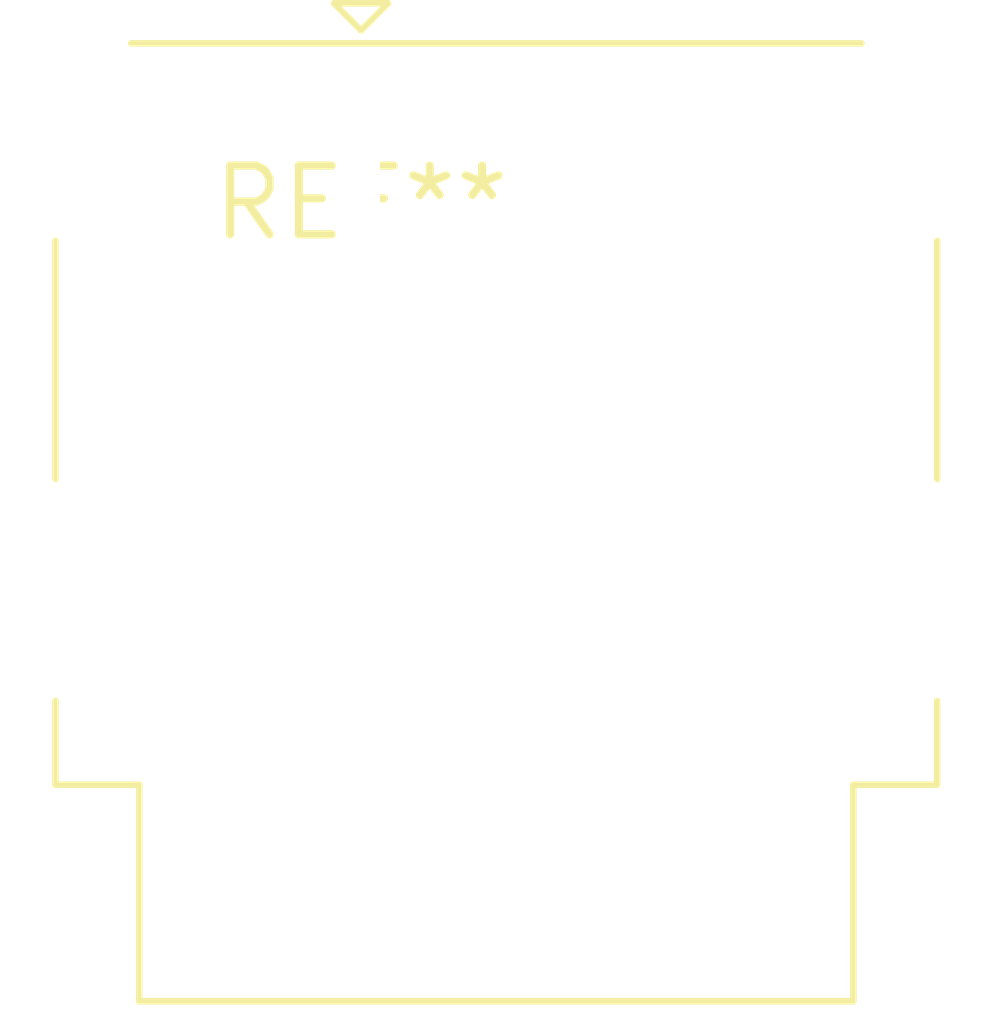
<source format=kicad_pcb>
(kicad_pcb (version 20240108) (generator pcbnew)
  (layers (0 "F.Cu" signal) (31 "B.Cu" signal) (34 "B.Paste" user) (35 "F.Paste" user) (36 "B.SilkS" user "B.Silkscreen") (37 "F.SilkS" user "F.Silkscreen") (38 "B.Mask" user) (39 "F.Mask" user) (44 "Edge.Cuts" user))
  (net 0 "")
  (footprint "CUI_PD-30S" (layer "F.Cu") (at 0 0)
    (property "Reference" "REF**")
    (property "Value" "CUI_PD-30S")
    (fp_line (start -5.65 5.1) (end -5.65 0.7) (layer "F.SilkS") (stroke (width 0.12)))
    (fp_line (start -5.65 10.75) (end -5.65 9.2) (layer "F.SilkS") (stroke (width 0.12)))
    (fp_line (start -4.25 -2.95) (end 9.25 -2.95) (layer "F.SilkS") (stroke (width 0.12)))
    (fp_line (start -4.1 10.75) (end -5.65 10.75) (layer "F.SilkS") (stroke (width 0.12)))
    (fp_line (start -4.1 14.75) (end -4.1 10.75) (layer "F.SilkS") (stroke (width 0.12)))
    (fp_line (start -0.5 -3.69) (end 0.5 -3.69) (layer "F.SilkS") (stroke (width 0.12)))
    (fp_line (start 0 -3.19) (end -0.5 -3.69) (layer "F.SilkS") (stroke (width 0.12)))
    (fp_line (start 0.5 -3.69) (end 0 -3.19) (layer "F.SilkS") (stroke (width 0.12)))
    (fp_line (start 9.1 10.75) (end 9.1 14.75) (layer "F.SilkS") (stroke (width 0.12)))
    (fp_line (start 9.1 14.75) (end -4.1 14.75) (layer "F.SilkS") (stroke (width 0.12)))
    (fp_line (start 10.65 0.7) (end 10.65 5.1) (layer "F.SilkS") (stroke (width 0.12)))
    (fp_line (start 10.65 9.2) (end 10.65 10.75) (layer "F.SilkS") (stroke (width 0.12)))
    (fp_line (start 10.65 10.75) (end 9.1 10.75) (layer "F.SilkS") (stroke (width 0.12)))
    (pad "" np_thru_hole circle (at 0 7.15) (size 1.7 1.7) (drill 1.7) (layers *.Cu *.Mask))
    (pad "" np_thru_hole circle (at 5 7.15) (size 1.7 1.7) (drill 1.7) (layers *.Cu *.Mask))
    (pad "1" thru_hole rect (at 0 0) (size 1.6 3.5) (drill oval 0.7 2.5) (layers *.Cu *.Mask) (remove_unused_layers))
    (pad "2" thru_hole oval (at 5 0) (size 1.6 3.5) (drill oval 0.7 2.5) (layers *.Cu *.Mask) (remove_unused_layers))
    (pad "3" thru_hole circle (at 8.5 3.15) (size 2.1 2.1) (drill 1) (layers *.Cu *.Mask) (remove_unused_layers))
    (pad "4" thru_hole oval (at 2.5 9.15) (size 3.2 1.6) (drill oval 2.2 0.7) (layers *.Cu *.Mask) (remove_unused_layers))
    (pad "SH" thru_hole rect (at -5.35 -1.35) (size 1.6 3.5) (drill oval 0.7 2.9) (layers *.Cu *.Mask) (remove_unused_layers))
    (pad "SH" thru_hole rect (at -5.35 7.15) (size 1.6 3.5) (drill oval 0.7 2.9) (layers *.Cu *.Mask) (remove_unused_layers))
    (pad "SH" thru_hole rect (at 10.35 -1.35) (size 1.6 3.5) (drill oval 0.7 2.9) (layers *.Cu *.Mask) (remove_unused_layers))
    (pad "SH" thru_hole rect (at 10.35 7.15) (size 1.6 3.5) (drill oval 0.7 2.9) (layers *.Cu *.Mask) (remove_unused_layers))
  )
)
</source>
